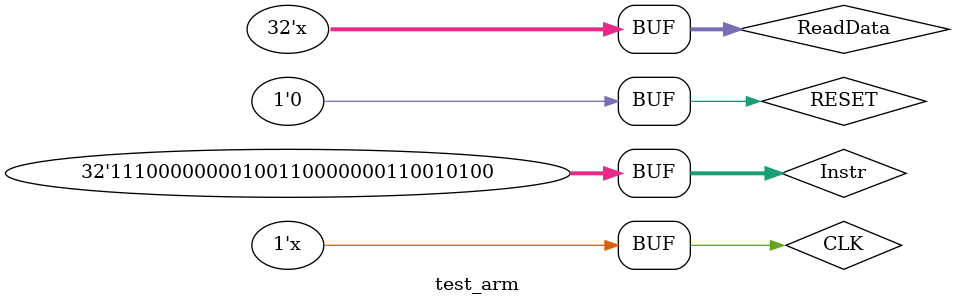
<source format=v>
`timescale 1ns / 1ps


module test_arm(

    );
    reg CLK = 0;
    reg RESET = 0;
    //input Interrupt,  // for optional future use
    reg [31:0] Instr;
    reg [31:0] ReadData;
    wire MemWrite;
    wire [31:0] PC;
    wire [31:0] ALUResult;
    wire [31:0] WriteData;
    
    ARM dut(CLK, RESET, Instr, ReadData, MemWrite, PC, ALUResult, WriteData);
    
    initial begin 
        #10; Instr = 32'hE59F1214; ReadData = 32'h2;    // LDR R1, constant(=2)
        #10; Instr = 32'hE59F2214; ReadData = 32'h4;    // LDR R2, constant(=4)
        #10; Instr = 32'hE2424008; ReadData = 32'hx;    // SUB R4, R2, #8
        //#10; Instr = 32'hE0030291; ReadData = 32'hx;    // MUL R3, R1, R2 (8)
        #10; Instr = 32'hE0130194; ReadData = 32'hx;    // MUL R3, R4, R1 (-8)
    end
    
    always begin 
        #5; CLK = ~CLK;
    end
    
endmodule

</source>
